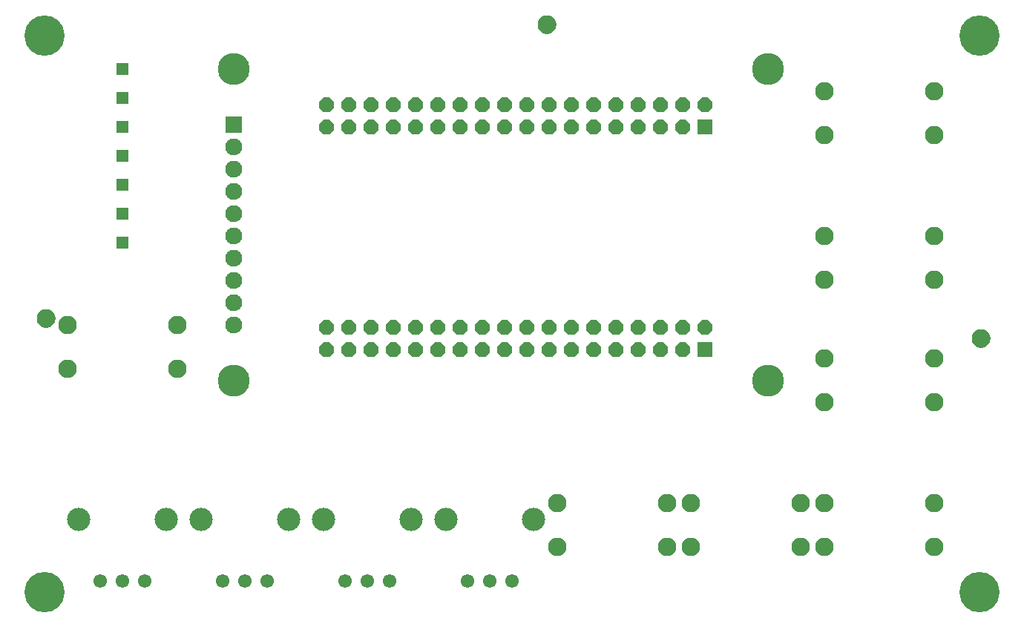
<source format=gbr>
G04 EAGLE Gerber RS-274X export*
G75*
%MOMM*%
%FSLAX34Y34*%
%LPD*%
%INSoldermask Bottom*%
%IPPOS*%
%AMOC8*
5,1,8,0,0,1.08239X$1,22.5*%
G01*
%ADD10C,2.112400*%
%ADD11C,4.597400*%
%ADD12C,1.552400*%
%ADD13C,2.652400*%
%ADD14R,1.930400X1.930400*%
%ADD15C,1.930400*%
%ADD16C,3.652400*%
%ADD17R,1.397000X1.397000*%
%ADD18R,1.676400X1.676400*%
%ADD19P,1.814519X8X202.500000*%
%ADD20C,0.609600*%
%ADD21C,1.168400*%


D10*
X964200Y-241700D03*
X964200Y-291700D03*
X839200Y-291700D03*
X839200Y-241700D03*
X1116600Y-241700D03*
X1116600Y-291700D03*
X991600Y-291700D03*
X991600Y-241700D03*
X1269000Y-241700D03*
X1269000Y-291700D03*
X1144000Y-291700D03*
X1144000Y-241700D03*
X1269000Y-76600D03*
X1269000Y-126600D03*
X1144000Y-126600D03*
X1144000Y-76600D03*
X1269000Y228200D03*
X1269000Y178200D03*
X1144000Y178200D03*
X1144000Y228200D03*
X1269000Y63100D03*
X1269000Y13100D03*
X1144000Y13100D03*
X1144000Y63100D03*
D11*
X1320800Y292100D03*
X1320800Y-342900D03*
X254000Y292100D03*
X254000Y-342900D03*
D10*
X405400Y-38500D03*
X405400Y-88500D03*
X280400Y-88500D03*
X280400Y-38500D03*
D12*
X317900Y-330200D03*
X342900Y-330200D03*
X367900Y-330200D03*
D13*
X292900Y-260200D03*
X392900Y-260200D03*
D12*
X457600Y-330200D03*
X482600Y-330200D03*
X507600Y-330200D03*
D13*
X432600Y-260200D03*
X532600Y-260200D03*
D12*
X597300Y-330200D03*
X622300Y-330200D03*
X647300Y-330200D03*
D13*
X572300Y-260200D03*
X672300Y-260200D03*
D12*
X737000Y-330200D03*
X762000Y-330200D03*
X787000Y-330200D03*
D13*
X712000Y-260200D03*
X812000Y-260200D03*
D14*
X470100Y190500D03*
D15*
X470100Y165100D03*
X470100Y139700D03*
X470100Y114300D03*
X470100Y88900D03*
X470100Y63500D03*
X470100Y38100D03*
X470100Y12700D03*
X470100Y-12700D03*
X470100Y-38100D03*
D16*
X469900Y254000D03*
X1079500Y-101600D03*
X1079500Y254000D03*
X469900Y-101600D03*
D17*
X342900Y254000D03*
X342900Y220980D03*
X342900Y187960D03*
X342900Y154940D03*
X342900Y121920D03*
X342900Y88900D03*
X342900Y55880D03*
D18*
X1007700Y-66300D03*
D19*
X1007700Y-40900D03*
X982300Y-66300D03*
X982300Y-40900D03*
X956900Y-66300D03*
X956900Y-40900D03*
X931500Y-66300D03*
X931500Y-40900D03*
X906100Y-66300D03*
X906100Y-40900D03*
X880700Y-66300D03*
X880700Y-40900D03*
X855300Y-66300D03*
X855300Y-40900D03*
X829900Y-66300D03*
X829900Y-40900D03*
X804500Y-66300D03*
X804500Y-40900D03*
X779100Y-66300D03*
X779100Y-40900D03*
X753700Y-66300D03*
X753700Y-40900D03*
X728300Y-66300D03*
X728300Y-40900D03*
X702900Y-66300D03*
X702900Y-40900D03*
X677500Y-66300D03*
X677500Y-40900D03*
X652100Y-66300D03*
X652100Y-40900D03*
X626700Y-66300D03*
X626700Y-40900D03*
X601300Y-66300D03*
X601300Y-40900D03*
X575900Y-66300D03*
X575900Y-40900D03*
D18*
X1007700Y187700D03*
D19*
X1007700Y213100D03*
X982300Y187700D03*
X982300Y213100D03*
X956900Y187700D03*
X956900Y213100D03*
X931500Y187700D03*
X931500Y213100D03*
X906100Y187700D03*
X906100Y213100D03*
X880700Y187700D03*
X880700Y213100D03*
X855300Y187700D03*
X855300Y213100D03*
X829900Y187700D03*
X829900Y213100D03*
X804500Y187700D03*
X804500Y213100D03*
X779100Y187700D03*
X779100Y213100D03*
X753700Y187700D03*
X753700Y213100D03*
X728300Y187700D03*
X728300Y213100D03*
X702900Y187700D03*
X702900Y213100D03*
X677500Y187700D03*
X677500Y213100D03*
X652100Y187700D03*
X652100Y213100D03*
X626700Y187700D03*
X626700Y213100D03*
X601300Y187700D03*
X601300Y213100D03*
X575900Y187700D03*
X575900Y213100D03*
D20*
X247650Y-30480D02*
X247652Y-30293D01*
X247659Y-30106D01*
X247671Y-29919D01*
X247687Y-29733D01*
X247707Y-29547D01*
X247732Y-29362D01*
X247762Y-29177D01*
X247796Y-28993D01*
X247835Y-28810D01*
X247878Y-28628D01*
X247926Y-28448D01*
X247978Y-28268D01*
X248035Y-28090D01*
X248095Y-27913D01*
X248161Y-27738D01*
X248230Y-27564D01*
X248304Y-27392D01*
X248382Y-27222D01*
X248464Y-27054D01*
X248550Y-26888D01*
X248640Y-26724D01*
X248734Y-26563D01*
X248832Y-26403D01*
X248934Y-26247D01*
X249040Y-26092D01*
X249150Y-25941D01*
X249263Y-25792D01*
X249380Y-25646D01*
X249500Y-25503D01*
X249624Y-25363D01*
X249751Y-25226D01*
X249882Y-25092D01*
X250016Y-24961D01*
X250153Y-24834D01*
X250293Y-24710D01*
X250436Y-24590D01*
X250582Y-24473D01*
X250731Y-24360D01*
X250882Y-24250D01*
X251037Y-24144D01*
X251193Y-24042D01*
X251353Y-23944D01*
X251514Y-23850D01*
X251678Y-23760D01*
X251844Y-23674D01*
X252012Y-23592D01*
X252182Y-23514D01*
X252354Y-23440D01*
X252528Y-23371D01*
X252703Y-23305D01*
X252880Y-23245D01*
X253058Y-23188D01*
X253238Y-23136D01*
X253418Y-23088D01*
X253600Y-23045D01*
X253783Y-23006D01*
X253967Y-22972D01*
X254152Y-22942D01*
X254337Y-22917D01*
X254523Y-22897D01*
X254709Y-22881D01*
X254896Y-22869D01*
X255083Y-22862D01*
X255270Y-22860D01*
X255457Y-22862D01*
X255644Y-22869D01*
X255831Y-22881D01*
X256017Y-22897D01*
X256203Y-22917D01*
X256388Y-22942D01*
X256573Y-22972D01*
X256757Y-23006D01*
X256940Y-23045D01*
X257122Y-23088D01*
X257302Y-23136D01*
X257482Y-23188D01*
X257660Y-23245D01*
X257837Y-23305D01*
X258012Y-23371D01*
X258186Y-23440D01*
X258358Y-23514D01*
X258528Y-23592D01*
X258696Y-23674D01*
X258862Y-23760D01*
X259026Y-23850D01*
X259187Y-23944D01*
X259347Y-24042D01*
X259503Y-24144D01*
X259658Y-24250D01*
X259809Y-24360D01*
X259958Y-24473D01*
X260104Y-24590D01*
X260247Y-24710D01*
X260387Y-24834D01*
X260524Y-24961D01*
X260658Y-25092D01*
X260789Y-25226D01*
X260916Y-25363D01*
X261040Y-25503D01*
X261160Y-25646D01*
X261277Y-25792D01*
X261390Y-25941D01*
X261500Y-26092D01*
X261606Y-26247D01*
X261708Y-26403D01*
X261806Y-26563D01*
X261900Y-26724D01*
X261990Y-26888D01*
X262076Y-27054D01*
X262158Y-27222D01*
X262236Y-27392D01*
X262310Y-27564D01*
X262379Y-27738D01*
X262445Y-27913D01*
X262505Y-28090D01*
X262562Y-28268D01*
X262614Y-28448D01*
X262662Y-28628D01*
X262705Y-28810D01*
X262744Y-28993D01*
X262778Y-29177D01*
X262808Y-29362D01*
X262833Y-29547D01*
X262853Y-29733D01*
X262869Y-29919D01*
X262881Y-30106D01*
X262888Y-30293D01*
X262890Y-30480D01*
X262888Y-30667D01*
X262881Y-30854D01*
X262869Y-31041D01*
X262853Y-31227D01*
X262833Y-31413D01*
X262808Y-31598D01*
X262778Y-31783D01*
X262744Y-31967D01*
X262705Y-32150D01*
X262662Y-32332D01*
X262614Y-32512D01*
X262562Y-32692D01*
X262505Y-32870D01*
X262445Y-33047D01*
X262379Y-33222D01*
X262310Y-33396D01*
X262236Y-33568D01*
X262158Y-33738D01*
X262076Y-33906D01*
X261990Y-34072D01*
X261900Y-34236D01*
X261806Y-34397D01*
X261708Y-34557D01*
X261606Y-34713D01*
X261500Y-34868D01*
X261390Y-35019D01*
X261277Y-35168D01*
X261160Y-35314D01*
X261040Y-35457D01*
X260916Y-35597D01*
X260789Y-35734D01*
X260658Y-35868D01*
X260524Y-35999D01*
X260387Y-36126D01*
X260247Y-36250D01*
X260104Y-36370D01*
X259958Y-36487D01*
X259809Y-36600D01*
X259658Y-36710D01*
X259503Y-36816D01*
X259347Y-36918D01*
X259187Y-37016D01*
X259026Y-37110D01*
X258862Y-37200D01*
X258696Y-37286D01*
X258528Y-37368D01*
X258358Y-37446D01*
X258186Y-37520D01*
X258012Y-37589D01*
X257837Y-37655D01*
X257660Y-37715D01*
X257482Y-37772D01*
X257302Y-37824D01*
X257122Y-37872D01*
X256940Y-37915D01*
X256757Y-37954D01*
X256573Y-37988D01*
X256388Y-38018D01*
X256203Y-38043D01*
X256017Y-38063D01*
X255831Y-38079D01*
X255644Y-38091D01*
X255457Y-38098D01*
X255270Y-38100D01*
X255083Y-38098D01*
X254896Y-38091D01*
X254709Y-38079D01*
X254523Y-38063D01*
X254337Y-38043D01*
X254152Y-38018D01*
X253967Y-37988D01*
X253783Y-37954D01*
X253600Y-37915D01*
X253418Y-37872D01*
X253238Y-37824D01*
X253058Y-37772D01*
X252880Y-37715D01*
X252703Y-37655D01*
X252528Y-37589D01*
X252354Y-37520D01*
X252182Y-37446D01*
X252012Y-37368D01*
X251844Y-37286D01*
X251678Y-37200D01*
X251514Y-37110D01*
X251353Y-37016D01*
X251193Y-36918D01*
X251037Y-36816D01*
X250882Y-36710D01*
X250731Y-36600D01*
X250582Y-36487D01*
X250436Y-36370D01*
X250293Y-36250D01*
X250153Y-36126D01*
X250016Y-35999D01*
X249882Y-35868D01*
X249751Y-35734D01*
X249624Y-35597D01*
X249500Y-35457D01*
X249380Y-35314D01*
X249263Y-35168D01*
X249150Y-35019D01*
X249040Y-34868D01*
X248934Y-34713D01*
X248832Y-34557D01*
X248734Y-34397D01*
X248640Y-34236D01*
X248550Y-34072D01*
X248464Y-33906D01*
X248382Y-33738D01*
X248304Y-33568D01*
X248230Y-33396D01*
X248161Y-33222D01*
X248095Y-33047D01*
X248035Y-32870D01*
X247978Y-32692D01*
X247926Y-32512D01*
X247878Y-32332D01*
X247835Y-32150D01*
X247796Y-31967D01*
X247762Y-31783D01*
X247732Y-31598D01*
X247707Y-31413D01*
X247687Y-31227D01*
X247671Y-31041D01*
X247659Y-30854D01*
X247652Y-30667D01*
X247650Y-30480D01*
D21*
X255270Y-30480D03*
D20*
X1314450Y-53340D02*
X1314452Y-53153D01*
X1314459Y-52966D01*
X1314471Y-52779D01*
X1314487Y-52593D01*
X1314507Y-52407D01*
X1314532Y-52222D01*
X1314562Y-52037D01*
X1314596Y-51853D01*
X1314635Y-51670D01*
X1314678Y-51488D01*
X1314726Y-51308D01*
X1314778Y-51128D01*
X1314835Y-50950D01*
X1314895Y-50773D01*
X1314961Y-50598D01*
X1315030Y-50424D01*
X1315104Y-50252D01*
X1315182Y-50082D01*
X1315264Y-49914D01*
X1315350Y-49748D01*
X1315440Y-49584D01*
X1315534Y-49423D01*
X1315632Y-49263D01*
X1315734Y-49107D01*
X1315840Y-48952D01*
X1315950Y-48801D01*
X1316063Y-48652D01*
X1316180Y-48506D01*
X1316300Y-48363D01*
X1316424Y-48223D01*
X1316551Y-48086D01*
X1316682Y-47952D01*
X1316816Y-47821D01*
X1316953Y-47694D01*
X1317093Y-47570D01*
X1317236Y-47450D01*
X1317382Y-47333D01*
X1317531Y-47220D01*
X1317682Y-47110D01*
X1317837Y-47004D01*
X1317993Y-46902D01*
X1318153Y-46804D01*
X1318314Y-46710D01*
X1318478Y-46620D01*
X1318644Y-46534D01*
X1318812Y-46452D01*
X1318982Y-46374D01*
X1319154Y-46300D01*
X1319328Y-46231D01*
X1319503Y-46165D01*
X1319680Y-46105D01*
X1319858Y-46048D01*
X1320038Y-45996D01*
X1320218Y-45948D01*
X1320400Y-45905D01*
X1320583Y-45866D01*
X1320767Y-45832D01*
X1320952Y-45802D01*
X1321137Y-45777D01*
X1321323Y-45757D01*
X1321509Y-45741D01*
X1321696Y-45729D01*
X1321883Y-45722D01*
X1322070Y-45720D01*
X1322257Y-45722D01*
X1322444Y-45729D01*
X1322631Y-45741D01*
X1322817Y-45757D01*
X1323003Y-45777D01*
X1323188Y-45802D01*
X1323373Y-45832D01*
X1323557Y-45866D01*
X1323740Y-45905D01*
X1323922Y-45948D01*
X1324102Y-45996D01*
X1324282Y-46048D01*
X1324460Y-46105D01*
X1324637Y-46165D01*
X1324812Y-46231D01*
X1324986Y-46300D01*
X1325158Y-46374D01*
X1325328Y-46452D01*
X1325496Y-46534D01*
X1325662Y-46620D01*
X1325826Y-46710D01*
X1325987Y-46804D01*
X1326147Y-46902D01*
X1326303Y-47004D01*
X1326458Y-47110D01*
X1326609Y-47220D01*
X1326758Y-47333D01*
X1326904Y-47450D01*
X1327047Y-47570D01*
X1327187Y-47694D01*
X1327324Y-47821D01*
X1327458Y-47952D01*
X1327589Y-48086D01*
X1327716Y-48223D01*
X1327840Y-48363D01*
X1327960Y-48506D01*
X1328077Y-48652D01*
X1328190Y-48801D01*
X1328300Y-48952D01*
X1328406Y-49107D01*
X1328508Y-49263D01*
X1328606Y-49423D01*
X1328700Y-49584D01*
X1328790Y-49748D01*
X1328876Y-49914D01*
X1328958Y-50082D01*
X1329036Y-50252D01*
X1329110Y-50424D01*
X1329179Y-50598D01*
X1329245Y-50773D01*
X1329305Y-50950D01*
X1329362Y-51128D01*
X1329414Y-51308D01*
X1329462Y-51488D01*
X1329505Y-51670D01*
X1329544Y-51853D01*
X1329578Y-52037D01*
X1329608Y-52222D01*
X1329633Y-52407D01*
X1329653Y-52593D01*
X1329669Y-52779D01*
X1329681Y-52966D01*
X1329688Y-53153D01*
X1329690Y-53340D01*
X1329688Y-53527D01*
X1329681Y-53714D01*
X1329669Y-53901D01*
X1329653Y-54087D01*
X1329633Y-54273D01*
X1329608Y-54458D01*
X1329578Y-54643D01*
X1329544Y-54827D01*
X1329505Y-55010D01*
X1329462Y-55192D01*
X1329414Y-55372D01*
X1329362Y-55552D01*
X1329305Y-55730D01*
X1329245Y-55907D01*
X1329179Y-56082D01*
X1329110Y-56256D01*
X1329036Y-56428D01*
X1328958Y-56598D01*
X1328876Y-56766D01*
X1328790Y-56932D01*
X1328700Y-57096D01*
X1328606Y-57257D01*
X1328508Y-57417D01*
X1328406Y-57573D01*
X1328300Y-57728D01*
X1328190Y-57879D01*
X1328077Y-58028D01*
X1327960Y-58174D01*
X1327840Y-58317D01*
X1327716Y-58457D01*
X1327589Y-58594D01*
X1327458Y-58728D01*
X1327324Y-58859D01*
X1327187Y-58986D01*
X1327047Y-59110D01*
X1326904Y-59230D01*
X1326758Y-59347D01*
X1326609Y-59460D01*
X1326458Y-59570D01*
X1326303Y-59676D01*
X1326147Y-59778D01*
X1325987Y-59876D01*
X1325826Y-59970D01*
X1325662Y-60060D01*
X1325496Y-60146D01*
X1325328Y-60228D01*
X1325158Y-60306D01*
X1324986Y-60380D01*
X1324812Y-60449D01*
X1324637Y-60515D01*
X1324460Y-60575D01*
X1324282Y-60632D01*
X1324102Y-60684D01*
X1323922Y-60732D01*
X1323740Y-60775D01*
X1323557Y-60814D01*
X1323373Y-60848D01*
X1323188Y-60878D01*
X1323003Y-60903D01*
X1322817Y-60923D01*
X1322631Y-60939D01*
X1322444Y-60951D01*
X1322257Y-60958D01*
X1322070Y-60960D01*
X1321883Y-60958D01*
X1321696Y-60951D01*
X1321509Y-60939D01*
X1321323Y-60923D01*
X1321137Y-60903D01*
X1320952Y-60878D01*
X1320767Y-60848D01*
X1320583Y-60814D01*
X1320400Y-60775D01*
X1320218Y-60732D01*
X1320038Y-60684D01*
X1319858Y-60632D01*
X1319680Y-60575D01*
X1319503Y-60515D01*
X1319328Y-60449D01*
X1319154Y-60380D01*
X1318982Y-60306D01*
X1318812Y-60228D01*
X1318644Y-60146D01*
X1318478Y-60060D01*
X1318314Y-59970D01*
X1318153Y-59876D01*
X1317993Y-59778D01*
X1317837Y-59676D01*
X1317682Y-59570D01*
X1317531Y-59460D01*
X1317382Y-59347D01*
X1317236Y-59230D01*
X1317093Y-59110D01*
X1316953Y-58986D01*
X1316816Y-58859D01*
X1316682Y-58728D01*
X1316551Y-58594D01*
X1316424Y-58457D01*
X1316300Y-58317D01*
X1316180Y-58174D01*
X1316063Y-58028D01*
X1315950Y-57879D01*
X1315840Y-57728D01*
X1315734Y-57573D01*
X1315632Y-57417D01*
X1315534Y-57257D01*
X1315440Y-57096D01*
X1315350Y-56932D01*
X1315264Y-56766D01*
X1315182Y-56598D01*
X1315104Y-56428D01*
X1315030Y-56256D01*
X1314961Y-56082D01*
X1314895Y-55907D01*
X1314835Y-55730D01*
X1314778Y-55552D01*
X1314726Y-55372D01*
X1314678Y-55192D01*
X1314635Y-55010D01*
X1314596Y-54827D01*
X1314562Y-54643D01*
X1314532Y-54458D01*
X1314507Y-54273D01*
X1314487Y-54087D01*
X1314471Y-53901D01*
X1314459Y-53714D01*
X1314452Y-53527D01*
X1314450Y-53340D01*
D21*
X1322070Y-53340D03*
D20*
X819150Y304800D02*
X819152Y304987D01*
X819159Y305174D01*
X819171Y305361D01*
X819187Y305547D01*
X819207Y305733D01*
X819232Y305918D01*
X819262Y306103D01*
X819296Y306287D01*
X819335Y306470D01*
X819378Y306652D01*
X819426Y306832D01*
X819478Y307012D01*
X819535Y307190D01*
X819595Y307367D01*
X819661Y307542D01*
X819730Y307716D01*
X819804Y307888D01*
X819882Y308058D01*
X819964Y308226D01*
X820050Y308392D01*
X820140Y308556D01*
X820234Y308717D01*
X820332Y308877D01*
X820434Y309033D01*
X820540Y309188D01*
X820650Y309339D01*
X820763Y309488D01*
X820880Y309634D01*
X821000Y309777D01*
X821124Y309917D01*
X821251Y310054D01*
X821382Y310188D01*
X821516Y310319D01*
X821653Y310446D01*
X821793Y310570D01*
X821936Y310690D01*
X822082Y310807D01*
X822231Y310920D01*
X822382Y311030D01*
X822537Y311136D01*
X822693Y311238D01*
X822853Y311336D01*
X823014Y311430D01*
X823178Y311520D01*
X823344Y311606D01*
X823512Y311688D01*
X823682Y311766D01*
X823854Y311840D01*
X824028Y311909D01*
X824203Y311975D01*
X824380Y312035D01*
X824558Y312092D01*
X824738Y312144D01*
X824918Y312192D01*
X825100Y312235D01*
X825283Y312274D01*
X825467Y312308D01*
X825652Y312338D01*
X825837Y312363D01*
X826023Y312383D01*
X826209Y312399D01*
X826396Y312411D01*
X826583Y312418D01*
X826770Y312420D01*
X826957Y312418D01*
X827144Y312411D01*
X827331Y312399D01*
X827517Y312383D01*
X827703Y312363D01*
X827888Y312338D01*
X828073Y312308D01*
X828257Y312274D01*
X828440Y312235D01*
X828622Y312192D01*
X828802Y312144D01*
X828982Y312092D01*
X829160Y312035D01*
X829337Y311975D01*
X829512Y311909D01*
X829686Y311840D01*
X829858Y311766D01*
X830028Y311688D01*
X830196Y311606D01*
X830362Y311520D01*
X830526Y311430D01*
X830687Y311336D01*
X830847Y311238D01*
X831003Y311136D01*
X831158Y311030D01*
X831309Y310920D01*
X831458Y310807D01*
X831604Y310690D01*
X831747Y310570D01*
X831887Y310446D01*
X832024Y310319D01*
X832158Y310188D01*
X832289Y310054D01*
X832416Y309917D01*
X832540Y309777D01*
X832660Y309634D01*
X832777Y309488D01*
X832890Y309339D01*
X833000Y309188D01*
X833106Y309033D01*
X833208Y308877D01*
X833306Y308717D01*
X833400Y308556D01*
X833490Y308392D01*
X833576Y308226D01*
X833658Y308058D01*
X833736Y307888D01*
X833810Y307716D01*
X833879Y307542D01*
X833945Y307367D01*
X834005Y307190D01*
X834062Y307012D01*
X834114Y306832D01*
X834162Y306652D01*
X834205Y306470D01*
X834244Y306287D01*
X834278Y306103D01*
X834308Y305918D01*
X834333Y305733D01*
X834353Y305547D01*
X834369Y305361D01*
X834381Y305174D01*
X834388Y304987D01*
X834390Y304800D01*
X834388Y304613D01*
X834381Y304426D01*
X834369Y304239D01*
X834353Y304053D01*
X834333Y303867D01*
X834308Y303682D01*
X834278Y303497D01*
X834244Y303313D01*
X834205Y303130D01*
X834162Y302948D01*
X834114Y302768D01*
X834062Y302588D01*
X834005Y302410D01*
X833945Y302233D01*
X833879Y302058D01*
X833810Y301884D01*
X833736Y301712D01*
X833658Y301542D01*
X833576Y301374D01*
X833490Y301208D01*
X833400Y301044D01*
X833306Y300883D01*
X833208Y300723D01*
X833106Y300567D01*
X833000Y300412D01*
X832890Y300261D01*
X832777Y300112D01*
X832660Y299966D01*
X832540Y299823D01*
X832416Y299683D01*
X832289Y299546D01*
X832158Y299412D01*
X832024Y299281D01*
X831887Y299154D01*
X831747Y299030D01*
X831604Y298910D01*
X831458Y298793D01*
X831309Y298680D01*
X831158Y298570D01*
X831003Y298464D01*
X830847Y298362D01*
X830687Y298264D01*
X830526Y298170D01*
X830362Y298080D01*
X830196Y297994D01*
X830028Y297912D01*
X829858Y297834D01*
X829686Y297760D01*
X829512Y297691D01*
X829337Y297625D01*
X829160Y297565D01*
X828982Y297508D01*
X828802Y297456D01*
X828622Y297408D01*
X828440Y297365D01*
X828257Y297326D01*
X828073Y297292D01*
X827888Y297262D01*
X827703Y297237D01*
X827517Y297217D01*
X827331Y297201D01*
X827144Y297189D01*
X826957Y297182D01*
X826770Y297180D01*
X826583Y297182D01*
X826396Y297189D01*
X826209Y297201D01*
X826023Y297217D01*
X825837Y297237D01*
X825652Y297262D01*
X825467Y297292D01*
X825283Y297326D01*
X825100Y297365D01*
X824918Y297408D01*
X824738Y297456D01*
X824558Y297508D01*
X824380Y297565D01*
X824203Y297625D01*
X824028Y297691D01*
X823854Y297760D01*
X823682Y297834D01*
X823512Y297912D01*
X823344Y297994D01*
X823178Y298080D01*
X823014Y298170D01*
X822853Y298264D01*
X822693Y298362D01*
X822537Y298464D01*
X822382Y298570D01*
X822231Y298680D01*
X822082Y298793D01*
X821936Y298910D01*
X821793Y299030D01*
X821653Y299154D01*
X821516Y299281D01*
X821382Y299412D01*
X821251Y299546D01*
X821124Y299683D01*
X821000Y299823D01*
X820880Y299966D01*
X820763Y300112D01*
X820650Y300261D01*
X820540Y300412D01*
X820434Y300567D01*
X820332Y300723D01*
X820234Y300883D01*
X820140Y301044D01*
X820050Y301208D01*
X819964Y301374D01*
X819882Y301542D01*
X819804Y301712D01*
X819730Y301884D01*
X819661Y302058D01*
X819595Y302233D01*
X819535Y302410D01*
X819478Y302588D01*
X819426Y302768D01*
X819378Y302948D01*
X819335Y303130D01*
X819296Y303313D01*
X819262Y303497D01*
X819232Y303682D01*
X819207Y303867D01*
X819187Y304053D01*
X819171Y304239D01*
X819159Y304426D01*
X819152Y304613D01*
X819150Y304800D01*
D21*
X826770Y304800D03*
M02*

</source>
